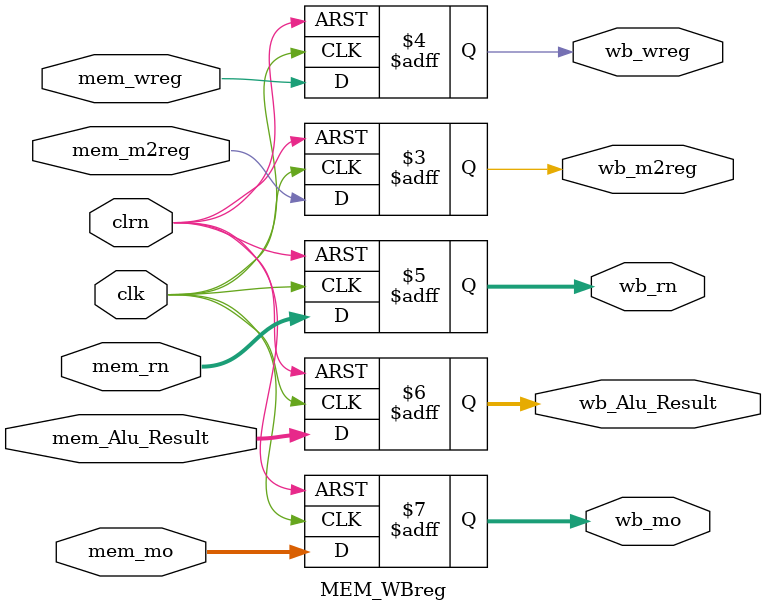
<source format=v>
`timescale 1ns / 1ps
module MEM_WBreg(clk,clrn,
  mem_Alu_Result,mem_mo,mem_m2reg,mem_wreg,mem_rn,
	wb_Alu_Result,wb_mo,wb_m2reg,wb_wreg,wb_rn
    );
	input mem_m2reg,mem_wreg;
	input clk, clrn;
	input [4:0] mem_rn;
	input [31:0] mem_Alu_Result,mem_mo;
	output wb_m2reg,wb_wreg;
	output [4:0] wb_rn;
	output [31:0] wb_Alu_Result,wb_mo;
	
	reg wb_m2reg,wb_wreg;
	reg [4:0] wb_rn;
	reg [31:0] wb_Alu_Result,wb_mo;

	
	always @ (posedge clk or negedge clrn)
		if(clrn ==0 )
			begin 
				
				wb_m2reg<=0;
				wb_wreg<=0;
				wb_rn<=0;
				wb_Alu_Result<=0;
				wb_mo<=0;
			end
		else
			begin
				
				wb_m2reg<=mem_m2reg;
				wb_wreg<=mem_wreg;
				wb_rn<=mem_rn;
				wb_Alu_Result<=mem_Alu_Result;
				wb_mo<=mem_mo;
			end


endmodule

</source>
